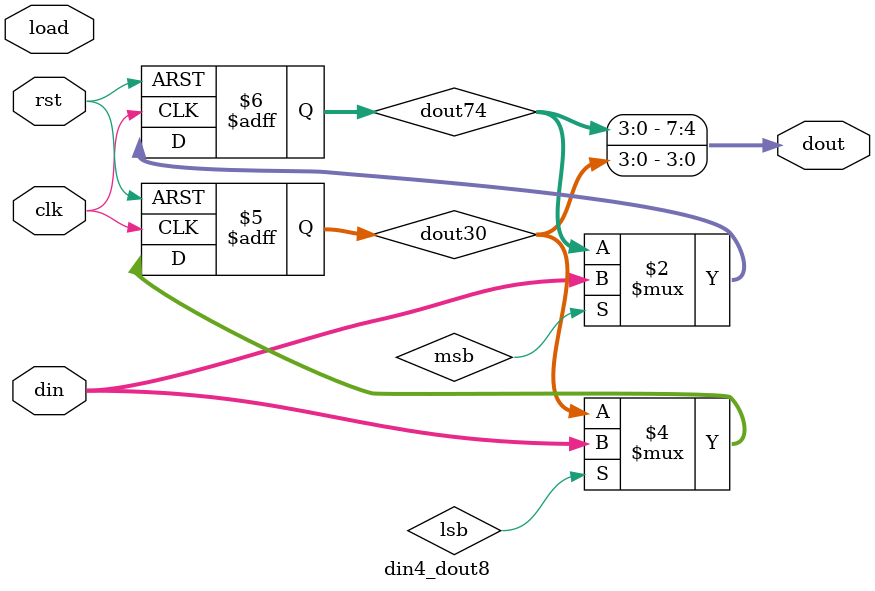
<source format=v>
`define A always @ (posedge clk or posedge rst)

module din4_dout8 (clk,rst,din,dout,load);
input clk,rst;
input load;
output [7:0] dout;
input [3:0] din;

wire [7:0] dout;
reg [3:0] dout74,dout30;
wire msb;
reg lsb;
reg state;
parameter IDLE=0,SMSB=1;

`A

begin
    if (rst) dout74<=0;
	else dout74<= msb ? din : dout74;
end

`A 
begin 
    if (rst) dout30<=0;
	else dout30<= lsb ? din : dout30;
end
assign dout={dout74,dout30};

`ifdef VER1

always @ (negedge clk or posedge rst)
begin
   if (rst) msb<=0;
   else msb<=load;
end
`endif


`ifdef VER2
`A
begin 
if (rst) state<= IDLE;
else 
case (state)
IDLE: state<= load? SMSB : IDLE;
SMSB: state<= IDLE;
endcase
end

assign msb = state==SMSB;

always @ *
begin
    if (state==IDLE)  lsb =load?1:0;
	else lsb=0;
end

`endif

endmodule


</source>
